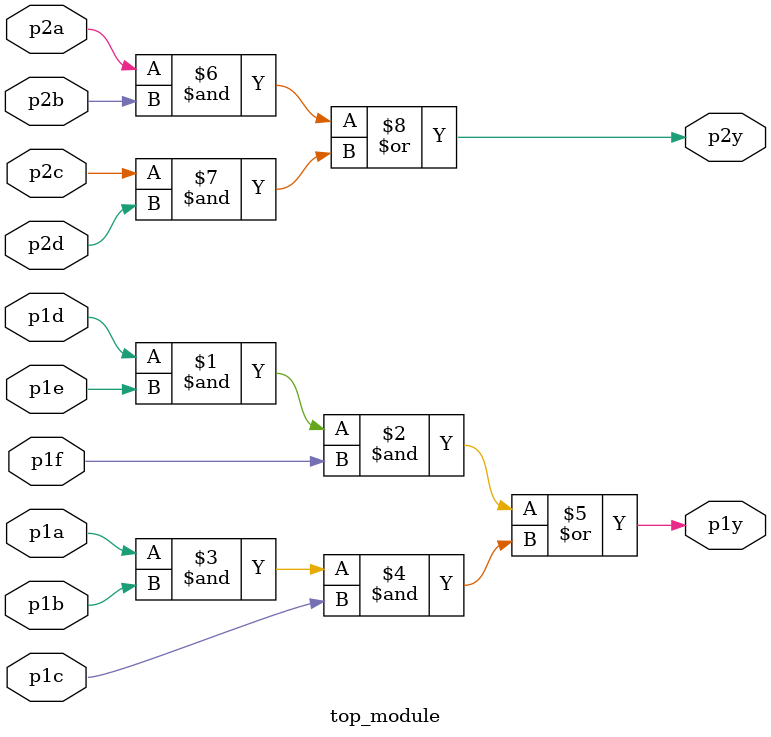
<source format=v>
module top_module ( 
    input p1a, p1b, p1c, p1d, p1e, p1f,
    output p1y,
    input p2a, p2b, p2c, p2d,
    output p2y );

    assign p1y = (p1d&p1e&p1f) | (p1a&p1b&p1c);
    assign p2y = (p2a&p2b) | (p2c&p2d);
    
endmodule
</source>
